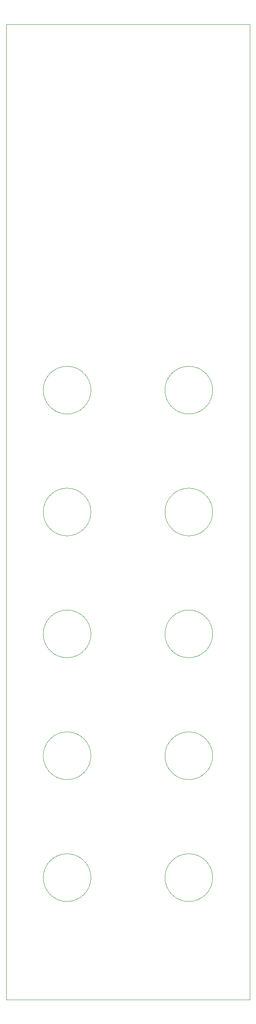
<source format=gm1>
%TF.GenerationSoftware,KiCad,Pcbnew,7.0.0-da2b9df05c~163~ubuntu22.04.1*%
%TF.CreationDate,2023-02-21T20:52:04-05:00*%
%TF.ProjectId,multiples_panel,6d756c74-6970-46c6-9573-5f70616e656c,rev?*%
%TF.SameCoordinates,Original*%
%TF.FileFunction,Profile,NP*%
%FSLAX46Y46*%
G04 Gerber Fmt 4.6, Leading zero omitted, Abs format (unit mm)*
G04 Created by KiCad (PCBNEW 7.0.0-da2b9df05c~163~ubuntu22.04.1) date 2023-02-21 20:52:04*
%MOMM*%
%LPD*%
G01*
G04 APERTURE LIST*
%TA.AperFunction,Profile*%
%ADD10C,0.050000*%
%TD*%
G04 APERTURE END LIST*
D10*
X100000000Y-215000000D02*
X100000000Y-15000000D01*
X150000000Y-215000000D02*
X100000000Y-215000000D01*
X100000000Y-15000000D02*
X150000000Y-15000000D01*
X150000000Y-15000000D02*
X150000000Y-215000000D01*
%TO.C,H1*%
X117400000Y-90000000D02*
G75*
G03*
X117400000Y-90000000I-4900000J0D01*
G01*
%TO.C,H2*%
X142400000Y-90000000D02*
G75*
G03*
X142400000Y-90000000I-4900000J0D01*
G01*
%TO.C,H4*%
X117400000Y-115000000D02*
G75*
G03*
X117400000Y-115000000I-4900000J0D01*
G01*
%TO.C,H5*%
X142400000Y-115000000D02*
G75*
G03*
X142400000Y-115000000I-4900000J0D01*
G01*
%TO.C,H7*%
X117400000Y-140000000D02*
G75*
G03*
X117400000Y-140000000I-4900000J0D01*
G01*
%TO.C,H8*%
X142400000Y-140000000D02*
G75*
G03*
X142400000Y-140000000I-4900000J0D01*
G01*
%TO.C,H9*%
X117400000Y-165000000D02*
G75*
G03*
X117400000Y-165000000I-4900000J0D01*
G01*
%TO.C,H10*%
X142400000Y-165000000D02*
G75*
G03*
X142400000Y-165000000I-4900000J0D01*
G01*
%TO.C,H11*%
X117400000Y-190000000D02*
G75*
G03*
X117400000Y-190000000I-4900000J0D01*
G01*
%TO.C,H12*%
X142400000Y-190000000D02*
G75*
G03*
X142400000Y-190000000I-4900000J0D01*
G01*
%TD*%
M02*

</source>
